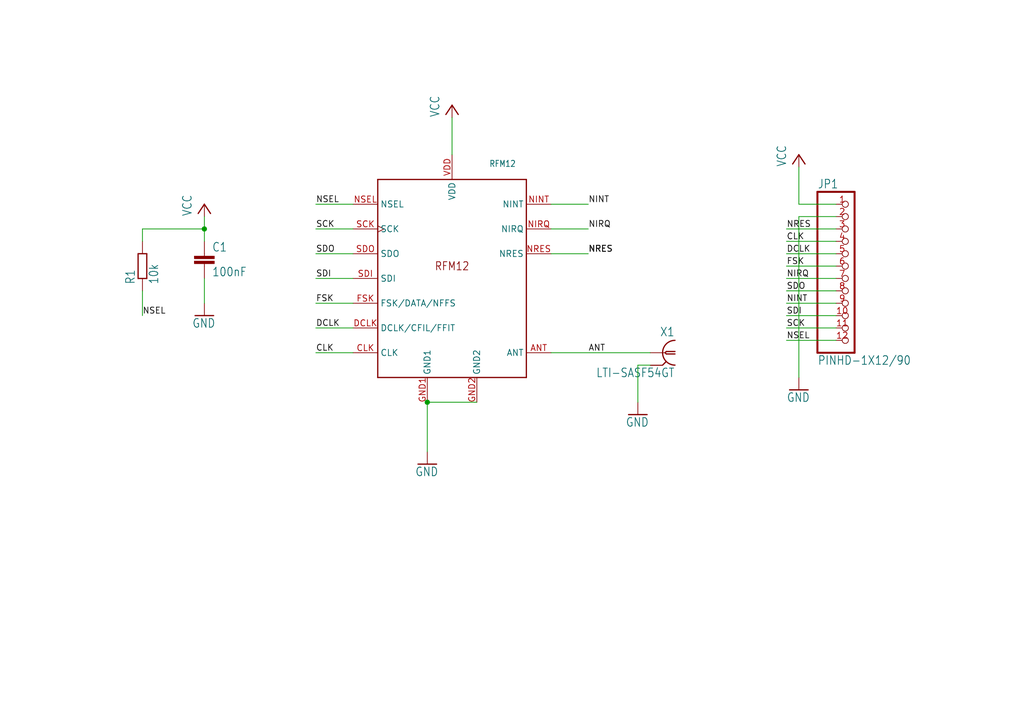
<source format=kicad_sch>
(kicad_sch (version 20211123) (generator eeschema)
  (paper "A5")
  (title_block (title "RFM12 Breakout Board") (date "2022-11-18") (rev "2") (company "Kai Chriatian Bader") (comment 1 "CC BY-SA 4.0"))
  (lib_symbols
    (symbol "rfm12_breakout_board-eagle-import:C-EUC0805"
      (property "Reference" "C" (at 1.524 0.381 0))
      (property "Value" "C-EUC0805" (at 1.524 -4.699 0))
      (symbol "C-EUC0805_1_0"
        (rectangle (start -2.032 -2.032) (end 2.032 -1.524) (fill (type outline)))
        (rectangle (start -2.032 -1.016) (end 2.032 -0.508) (fill (type outline)))
        (polyline (pts (xy 0 -2.54) (xy 0 -2.032)) (stroke (width 0.1524)))
        (polyline (pts (xy 0 0) (xy 0 -0.508)) (stroke (width 0.1524)))
        (pin passive line (at 0 2.54 270) (length 2.54) (name "1") (number "1"))
        (pin passive line (at 0 -5.08 90) (length 2.54) (name "2") (number "2"))
      )
    )
    (symbol "rfm12_breakout_board-eagle-import:GND" (power)
      (property "Value" "GND" (at -2.54 -2.54 0))
      (symbol "GND_1_0"
        (polyline (pts (xy -1.905 0) (xy 1.905 0)) (stroke (width 0.254)))
        (pin power_in line (at 0 2.54 270) (length 2.54) (name "GND") (number "1"))
      )
    )
    (symbol "rfm12_breakout_board-eagle-import:LTI-SASF54GT"
      (property "Reference" "X" (at -2.54 3.302 0))
      (property "Value" "LTI-SASF54GT" (at -2.54 -5.08 0))
      (symbol "LTI-SASF54GT_1_0"
        (arc (start -2.54 -2.54) (mid 0 0) (end -2.54 2.54) (stroke (width 0.254)))
        (polyline (pts (xy -2.54 0.254) (xy -0.762 0.254)) (stroke (width 0.254)))
        (polyline (pts (xy -0.762 -0.254) (xy -2.54 -0.254)) (stroke (width 0.254)))
        (polyline (pts (xy -0.762 0.254) (xy -0.508 0)) (stroke (width 0.254)))
        (polyline (pts (xy -0.508 0) (xy -0.762 -0.254)) (stroke (width 0.254)))
        (polyline (pts (xy 0 -2.54) (xy -0.762 -1.778)) (stroke (width 0.254)))
        (polyline (pts (xy 0 0) (xy -0.508 0)) (stroke (width 0.1524)))
        (pin passive line (at 2.54 0 180) (length 2.54) (name "1") (number "1"))
        (pin passive line (at 2.54 -2.54 180) (length 2.54) (name "2") (number "2"))
        (pin passive line (at 2.54 -2.54 180) (length 2.54) (name "2") (number "3"))
        (pin passive line (at 2.54 -2.54 180) (length 2.54) (name "2") (number "4"))
        (pin passive line (at 2.54 -2.54 180) (length 2.54) (name "2") (number "5"))
      )
    )
    (symbol "rfm12_breakout_board-eagle-import:PINHD-1X12{slash}90"
      (property "Reference" "JP" (at -6.35 15.875 0))
      (property "Value" "PINHD-1X12{slash}90" (at -6.35 -20.32 0))
      (symbol "PINHD-1X12{slash}90_1_0"
        (polyline (pts (xy -6.35 -17.78) (xy 1.27 -17.78)) (stroke (width 0.4064)))
        (polyline (pts (xy -6.35 15.24) (xy -6.35 -17.78)) (stroke (width 0.4064)))
        (polyline (pts (xy 1.27 -17.78) (xy 1.27 15.24)) (stroke (width 0.4064)))
        (polyline (pts (xy 1.27 15.24) (xy -6.35 15.24)) (stroke (width 0.4064)))
        (pin passive inverted (at -2.54 12.7 0) (length 2.54) (name "1") (number "1"))
        (pin passive inverted (at -2.54 -10.16 0) (length 2.54) (name "10") (number "10"))
        (pin passive inverted (at -2.54 -12.7 0) (length 2.54) (name "11") (number "11"))
        (pin passive inverted (at -2.54 -15.24 0) (length 2.54) (name "12") (number "12"))
        (pin passive inverted (at -2.54 10.16 0) (length 2.54) (name "2") (number "2"))
        (pin passive inverted (at -2.54 7.62 0) (length 2.54) (name "3") (number "3"))
        (pin passive inverted (at -2.54 5.08 0) (length 2.54) (name "4") (number "4"))
        (pin passive inverted (at -2.54 2.54 0) (length 2.54) (name "5") (number "5"))
        (pin passive inverted (at -2.54 0 0) (length 2.54) (name "6") (number "6"))
        (pin passive inverted (at -2.54 -2.54 0) (length 2.54) (name "7") (number "7"))
        (pin passive inverted (at -2.54 -5.08 0) (length 2.54) (name "8") (number "8"))
        (pin passive inverted (at -2.54 -7.62 0) (length 2.54) (name "9") (number "9"))
      )
    )
    (symbol "rfm12_breakout_board-eagle-import:R-EU_M0805"
      (property "Reference" "R" (at -3.81 1.4986 0))
      (property "Value" "R-EU_M0805" (at -3.81 -3.302 0))
      (symbol "R-EU_M0805_1_0"
        (polyline (pts (xy -2.54 -0.889) (xy -2.54 0.889)) (stroke (width 0.254)))
        (polyline (pts (xy -2.54 -0.889) (xy 2.54 -0.889)) (stroke (width 0.254)))
        (polyline (pts (xy 2.54 -0.889) (xy 2.54 0.889)) (stroke (width 0.254)))
        (polyline (pts (xy 2.54 0.889) (xy -2.54 0.889)) (stroke (width 0.254)))
        (pin passive line (at -5.08 0 0) (length 2.54) (name "1") (number "1"))
        (pin passive line (at 5.08 0 180) (length 2.54) (name "2") (number "2"))
      )
    )
    (symbol "rfm12_breakout_board-eagle-import:RFM12"
      (property "Value" "RFM12" (at 7.62 20.32 0))
      (symbol "RFM12_1_0"
        (polyline (pts (xy -15.24 -22.86) (xy 15.24 -22.86)) (stroke (width 0.254)))
        (polyline (pts (xy -15.24 17.78) (xy -15.24 -22.86)) (stroke (width 0.254)))
        (polyline (pts (xy 15.24 -22.86) (xy 15.24 17.78)) (stroke (width 0.254)))
        (polyline (pts (xy 15.24 17.78) (xy -15.24 17.78)) (stroke (width 0.254)))
        (text "RFM12" (at 0 0 0) (effects (font (size 1.6764 1.4249))))
        (pin bidirectional line (at 20.32 -17.78 180) (length 5.08) (name "ANT") (number "ANT"))
        (pin output line (at -20.32 -17.78 0) (length 5.08) (name "CLK") (number "CLK"))
        (pin bidirectional line (at -20.32 -12.7 0) (length 5.08) (name "DCLK/CFIL/FFIT") (number "DCLK"))
        (pin bidirectional line (at -20.32 -7.62 0) (length 5.08) (name "FSK/DATA/NFFS") (number "FSK"))
        (pin passive line (at -5.08 -27.94 90) (length 5.08) (name "GND1") (number "GND1"))
        (pin passive line (at 5.08 -27.94 90) (length 5.08) (name "GND2") (number "GND2"))
        (pin bidirectional line (at 20.32 12.7 180) (length 5.08) (name "NINT") (number "NINT"))
        (pin output line (at 20.32 7.62 180) (length 5.08) (name "NIRQ") (number "NIRQ"))
        (pin bidirectional line (at 20.32 2.54 180) (length 5.08) (name "NRES") (number "NRES"))
        (pin input line (at -20.32 12.7 0) (length 5.08) (name "NSEL") (number "NSEL"))
        (pin input clock (at -20.32 7.62 0) (length 5.08) (name "SCK") (number "SCK"))
        (pin input line (at -20.32 -2.54 0) (length 5.08) (name "SDI") (number "SDI"))
        (pin output line (at -20.32 2.54 0) (length 5.08) (name "SDO") (number "SDO"))
        (pin power_in line (at 0 22.86 270) (length 5.08) (name "VDD") (number "VDD"))
      )
    )
    (symbol "rfm12_breakout_board-eagle-import:VCC" (power)
      (property "Value" "VCC" (at -2.54 -2.54 90))
      (symbol "VCC_1_0"
        (polyline (pts (xy 0 0) (xy -1.27 -1.905)) (stroke (width 0.254)))
        (polyline (pts (xy 1.27 -1.905) (xy 0 0)) (stroke (width 0.254)))
        (pin power_in line (at 0 -2.54 90) (length 2.54) (name "VCC") (number "1"))
      )
    )
  )
  (junction (at 41.91 46.99))
  (junction (at 87.63 82.55))
  (wire (pts (xy 113.03 41.91) (xy 120.65 41.91)))
  (wire (pts (xy 163.83 44.45) (xy 163.83 77.47)))
  (wire (pts (xy 29.21 49.53) (xy 29.21 46.99)))
  (wire (pts (xy 87.63 82.55) (xy 97.79 82.55)))
  (wire (pts (xy 92.71 31.75) (xy 92.71 24.13)))
  (wire (pts (xy 171.45 64.77) (xy 161.29 64.77)))
  (wire (pts (xy 171.45 54.61) (xy 161.29 54.61)))
  (wire (pts (xy 171.45 67.31) (xy 161.29 67.31)))
  (wire (pts (xy 41.91 57.15) (xy 41.91 62.23)))
  (wire (pts (xy 72.39 57.15) (xy 64.77 57.15)))
  (wire (pts (xy 113.03 46.99) (xy 120.65 46.99)))
  (wire (pts (xy 163.83 41.91) (xy 163.83 34.29)))
  (wire (pts (xy 171.45 59.69) (xy 161.29 59.69)))
  (wire (pts (xy 41.91 49.53) (xy 41.91 46.99)))
  (wire (pts (xy 171.45 46.99) (xy 161.29 46.99)))
  (wire (pts (xy 130.81 74.93) (xy 130.81 82.55)))
  (wire (pts (xy 72.39 72.39) (xy 64.77 72.39)))
  (wire (pts (xy 133.35 74.93) (xy 130.81 74.93)))
  (wire (pts (xy 72.39 52.07) (xy 64.77 52.07)))
  (wire (pts (xy 113.03 52.07) (xy 120.65 52.07)))
  (wire (pts (xy 72.39 67.31) (xy 64.77 67.31)))
  (wire (pts (xy 171.45 57.15) (xy 161.29 57.15)))
  (wire (pts (xy 171.45 49.53) (xy 161.29 49.53)))
  (wire (pts (xy 87.63 92.71) (xy 87.63 82.55)))
  (wire (pts (xy 41.91 46.99) (xy 41.91 44.45)))
  (wire (pts (xy 171.45 41.91) (xy 163.83 41.91)))
  (wire (pts (xy 29.21 59.69) (xy 29.21 64.77)))
  (wire (pts (xy 72.39 46.99) (xy 64.77 46.99)))
  (wire (pts (xy 72.39 62.23) (xy 64.77 62.23)))
  (wire (pts (xy 133.35 72.39) (xy 113.03 72.39)))
  (wire (pts (xy 171.45 69.85) (xy 161.29 69.85)))
  (wire (pts (xy 72.39 41.91) (xy 64.77 41.91)))
  (wire (pts (xy 171.45 62.23) (xy 161.29 62.23)))
  (wire (pts (xy 29.21 46.99) (xy 41.91 46.99)))
  (wire (pts (xy 171.45 44.45) (xy 163.83 44.45)))
  (wire (pts (xy 171.45 52.07) (xy 161.29 52.07)))
  (label "SCK" (at 161.29 67.31 0) (effects (font (size 1.2446 1.2446))))
  (label "NSEL" (at 29.21 64.77 0) (effects (font (size 1.2446 1.2446))))
  (label "DCLK" (at 64.77 67.31 0) (effects (font (size 1.2446 1.2446))))
  (label "NINT" (at 161.29 62.23 0) (effects (font (size 1.2446 1.2446))))
  (label "NRES" (at 161.29 46.99 0) (effects (font (size 1.2446 1.2446))))
  (label "NRES" (at 120.65 52.07 0) (effects (font (size 1.2446 1.2446))))
  (label "NSEL" (at 161.29 69.85 0) (effects (font (size 1.2446 1.2446))))
  (label "SDO" (at 64.77 52.07 0) (effects (font (size 1.2446 1.2446))))
  (label "CLK" (at 161.29 49.53 0) (effects (font (size 1.2446 1.2446))))
  (label "SDO" (at 161.29 59.69 0) (effects (font (size 1.2446 1.2446))))
  (label "SDI" (at 161.29 64.77 0) (effects (font (size 1.2446 1.2446))))
  (label "DCLK" (at 161.29 52.07 0) (effects (font (size 1.2446 1.2446))))
  (label "NSEL" (at 64.77 41.91 0) (effects (font (size 1.2446 1.2446))))
  (label "NRES" (at 120.65 52.07 0) (effects (font (size 1.2446 1.2446))))
  (label "SCK" (at 64.77 46.99 0) (effects (font (size 1.2446 1.2446))))
  (label "NRES" (at 120.65 52.07 0) (effects (font (size 1.2446 1.2446))))
  (label "NIRQ" (at 161.29 57.15 0) (effects (font (size 1.2446 1.2446))))
  (label "NINT" (at 120.65 41.91 0) (effects (font (size 1.2446 1.2446))))
  (label "NIRQ" (at 120.65 46.99 0) (effects (font (size 1.2446 1.2446))))
  (label "CLK" (at 64.77 72.39 0) (effects (font (size 1.2446 1.2446))))
  (label "FSK" (at 161.29 54.61 0) (effects (font (size 1.2446 1.2446))))
  (label "ANT" (at 120.65 72.39 0) (effects (font (size 1.2446 1.2446))))
  (label "FSK" (at 64.77 62.23 0) (effects (font (size 1.2446 1.2446))))
  (label "SDI" (at 64.77 57.15 0) (effects (font (size 1.2446 1.2446))))
  (symbol (lib_id "rfm12_breakout_board-eagle-import:VCC") (at 92.71 21.59 0) (unit 1)
    (property "Reference" "#P+1" (effects hide))
    (property "Value" "VCC" (at 90.17 24.13 90) (effects (font (size 1.778 1.5113)) (justify left bottom)))
    (property "Footprint" "rfm12_breakout_board:" (effects hide))
  )
  (symbol (lib_id "rfm12_breakout_board-eagle-import:VCC") (at 41.91 41.91 0) (unit 1)
    (property "Reference" "#P+2" (effects hide))
    (property "Value" "VCC" (at 39.37 44.45 90) (effects (font (size 1.778 1.5113)) (justify left bottom)))
    (property "Footprint" "rfm12_breakout_board:" (effects hide))
  )
  (symbol (lib_id "rfm12_breakout_board-eagle-import:PINHD-1X12{slash}90") (at 173.99 54.61 0) (unit 1)
    (property "Reference" "JP1" (at 167.64 38.735 0) (effects (font (size 1.778 1.5113)) (justify left bottom)))
    (property "Value" "PINHD-1X12{slash}90" (at 167.64 74.93 0) (effects (font (size 1.778 1.5113)) (justify left bottom)))
    (property "Footprint" "rfm12_breakout_board:1X12_90" (effects hide))
  )
  (symbol (lib_id "rfm12_breakout_board-eagle-import:R-EU_M0805") (at 29.21 54.61 90) (unit 1)
    (property "Reference" "R1" (at 27.7114 58.42 0) (effects (font (size 1.778 1.5113)) (justify left bottom)))
    (property "Value" "10k" (at 32.512 58.42 0) (effects (font (size 1.778 1.5113)) (justify left bottom)))
    (property "Footprint" "rfm12_breakout_board:M0805" (effects hide))
  )
  (symbol (lib_id "rfm12_breakout_board-eagle-import:VCC") (at 163.83 31.75 0) (unit 1)
    (property "Reference" "#P+3" (effects hide))
    (property "Value" "VCC" (at 161.29 34.29 90) (effects (font (size 1.778 1.5113)) (justify left bottom)))
    (property "Footprint" "rfm12_breakout_board:" (effects hide))
  )
  (symbol (lib_id "rfm12_breakout_board-eagle-import:GND") (at 130.81 85.09 0) (unit 1)
    (property "Reference" "#GND3" (effects hide))
    (property "Value" "GND" (at 128.27 87.63 0) (effects (font (size 1.778 1.5113)) (justify left bottom)))
    (property "Footprint" "rfm12_breakout_board:" (effects hide))
  )
  (symbol (lib_id "rfm12_breakout_board-eagle-import:LTI-SASF54GT") (at 135.89 72.39 0) (mirror y) (unit 1)
    (property "Reference" "X1" (at 138.43 69.088 0) (effects (font (size 1.778 1.5113)) (justify left bottom)))
    (property "Value" "LTI-SASF54GT" (at 138.43 77.47 0) (effects (font (size 1.778 1.5113)) (justify left bottom)))
    (property "Footprint" "rfm12_breakout_board:LTI-SASF54GT" (effects hide))
  )
  (symbol (lib_id "rfm12_breakout_board-eagle-import:RFM12") (at 92.71 54.61 0) (unit 1)
    (property "Reference" "U$1" (effects hide))
    (property "Value" "RFM12" (at 100.33 34.29 0) (effects (font (size 1.27 1.0795)) (justify left bottom)))
    (property "Footprint" "rfm12_breakout_board:RFM12" (effects hide))
  )
  (symbol (lib_id "rfm12_breakout_board-eagle-import:GND") (at 163.83 80.01 0) (unit 1)
    (property "Reference" "#GND4" (effects hide))
    (property "Value" "GND" (at 161.29 82.55 0) (effects (font (size 1.778 1.5113)) (justify left bottom)))
    (property "Footprint" "rfm12_breakout_board:" (effects hide))
  )
  (symbol (lib_id "rfm12_breakout_board-eagle-import:C-EUC0805") (at 41.91 52.07 0) (unit 1)
    (property "Reference" "C1" (at 43.434 51.689 0) (effects (font (size 1.778 1.5113)) (justify left bottom)))
    (property "Value" "100nF" (at 43.434 56.769 0) (effects (font (size 1.778 1.5113)) (justify left bottom)))
    (property "Footprint" "rfm12_breakout_board:C0805" (effects hide))
  )
  (symbol (lib_id "rfm12_breakout_board-eagle-import:GND") (at 87.63 95.25 0) (unit 1)
    (property "Reference" "#GND1" (effects hide))
    (property "Value" "GND" (at 85.09 97.79 0) (effects (font (size 1.778 1.5113)) (justify left bottom)))
    (property "Footprint" "rfm12_breakout_board:" (effects hide))
  )
  (symbol (lib_id "rfm12_breakout_board-eagle-import:GND") (at 41.91 64.77 0) (unit 1)
    (property "Reference" "#GND2" (effects hide))
    (property "Value" "GND" (at 39.37 67.31 0) (effects (font (size 1.778 1.5113)) (justify left bottom)))
    (property "Footprint" "rfm12_breakout_board:" (effects hide))
  )
)
</source>
